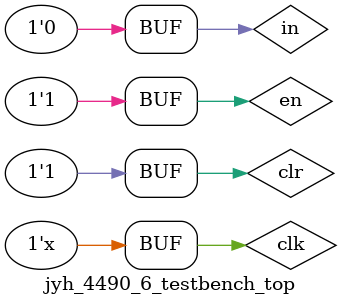
<source format=v>
`timescale 1ns/1ns
module jyh_4490_6_testbench_top;
reg clk;
wire [6:0] code;
wire [7:0] seg;
wire [19:0] cnt;
reg clr;
reg in;
reg en;
wire subclk;
wire [3:0] out0;
wire [3:0] out1;

initial begin
	clk=0;
	in=0;
	clr=1;
	en=1;
end

always#10 clk=~clk;
always
begin
	in=0;
	#15000000;
	repeat(5)
	begin
		in=1;
		#1000000;
		in=0;
		#1000000;
	end
	in=1;
	#30000000;
	repeat(5)
	begin
		in=0;
		#1000000;
		in=1;
		#1000000;
	end
	in=0;
	#15000000;
end
	
jyh_4490_6_entry E1(.code(code),.seg(seg),.clk_50m(clk),.clr(clr),.en(en),.in(in),
							//数码管型码 		数码管位码    50M				清零信号 	  使能信号	 按键
								.out0(out0),.out1(out1),.subclk(subclk));
							//计数值 							消抖值
endmodule
</source>
